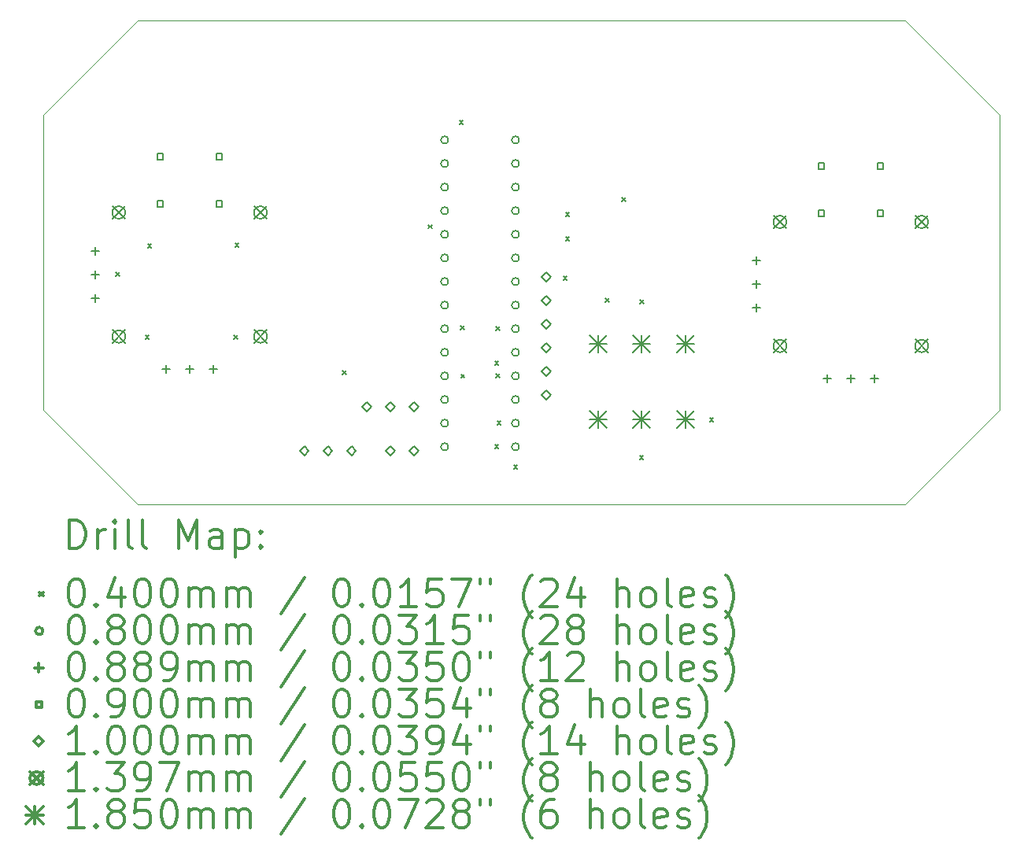
<source format=gbr>
%FSLAX45Y45*%
G04 Gerber Fmt 4.5, Leading zero omitted, Abs format (unit mm)*
G04 Created by KiCad (PCBNEW (5.1.12)-1) date 2022-10-20 21:18:29*
%MOMM*%
%LPD*%
G01*
G04 APERTURE LIST*
%TA.AperFunction,Profile*%
%ADD10C,0.050000*%
%TD*%
%ADD11C,0.200000*%
%ADD12C,0.300000*%
G04 APERTURE END LIST*
D10*
X20066000Y-11684000D02*
X20066000Y-8509000D01*
X9779000Y-8509000D02*
X9779000Y-11684000D01*
X19050000Y-7493000D02*
X10795000Y-7493000D01*
X10795000Y-12700000D02*
X19050000Y-12700000D01*
X20066000Y-8509000D02*
X19050000Y-7493000D01*
X20066000Y-11684000D02*
X19050000Y-12700000D01*
X10795000Y-7493000D02*
X9779000Y-8509000D01*
X10795000Y-12700000D02*
X9779000Y-11684000D01*
D11*
X10557830Y-10202230D02*
X10597830Y-10242230D01*
X10597830Y-10202230D02*
X10557830Y-10242230D01*
X10876600Y-10876600D02*
X10916600Y-10916600D01*
X10916600Y-10876600D02*
X10876600Y-10916600D01*
X10902000Y-9898700D02*
X10942000Y-9938700D01*
X10942000Y-9898700D02*
X10902000Y-9938700D01*
X11829100Y-10876600D02*
X11869100Y-10916600D01*
X11869100Y-10876600D02*
X11829100Y-10916600D01*
X11841800Y-9886000D02*
X11881800Y-9926000D01*
X11881800Y-9886000D02*
X11841800Y-9926000D01*
X12997500Y-11257600D02*
X13037500Y-11297600D01*
X13037500Y-11257600D02*
X12997500Y-11297600D01*
X13919520Y-9687880D02*
X13959520Y-9727880D01*
X13959520Y-9687880D02*
X13919520Y-9727880D01*
X14254800Y-8565200D02*
X14294800Y-8605200D01*
X14294800Y-8565200D02*
X14254800Y-8605200D01*
X14267500Y-10775000D02*
X14307500Y-10815000D01*
X14307500Y-10775000D02*
X14267500Y-10815000D01*
X14272580Y-11296970D02*
X14312580Y-11336970D01*
X14312580Y-11296970D02*
X14272580Y-11336970D01*
X14635800Y-11156000D02*
X14675800Y-11196000D01*
X14675800Y-11156000D02*
X14635800Y-11196000D01*
X14635800Y-12057700D02*
X14675800Y-12097700D01*
X14675800Y-12057700D02*
X14635800Y-12097700D01*
X14648500Y-10787700D02*
X14688500Y-10827700D01*
X14688500Y-10787700D02*
X14648500Y-10827700D01*
X14648500Y-11295700D02*
X14688500Y-11335700D01*
X14688500Y-11295700D02*
X14648500Y-11335700D01*
X14661200Y-11803700D02*
X14701200Y-11843700D01*
X14701200Y-11803700D02*
X14661200Y-11843700D01*
X14839000Y-12273600D02*
X14879000Y-12313600D01*
X14879000Y-12273600D02*
X14839000Y-12313600D01*
X15372400Y-10241600D02*
X15412400Y-10281600D01*
X15412400Y-10241600D02*
X15372400Y-10281600D01*
X15397800Y-9555800D02*
X15437800Y-9595800D01*
X15437800Y-9555800D02*
X15397800Y-9595800D01*
X15397800Y-9822500D02*
X15437800Y-9862500D01*
X15437800Y-9822500D02*
X15397800Y-9862500D01*
X15823250Y-10482900D02*
X15863250Y-10522900D01*
X15863250Y-10482900D02*
X15823250Y-10522900D01*
X16006130Y-9393240D02*
X16046130Y-9433240D01*
X16046130Y-9393240D02*
X16006130Y-9433240D01*
X16195360Y-12172000D02*
X16235360Y-12212000D01*
X16235360Y-12172000D02*
X16195360Y-12212000D01*
X16197900Y-10495600D02*
X16237900Y-10535600D01*
X16237900Y-10495600D02*
X16197900Y-10535600D01*
X16947200Y-11765600D02*
X16987200Y-11805600D01*
X16987200Y-11765600D02*
X16947200Y-11805600D01*
X14137000Y-8775700D02*
G75*
G03*
X14137000Y-8775700I-40000J0D01*
G01*
X14137000Y-9029700D02*
G75*
G03*
X14137000Y-9029700I-40000J0D01*
G01*
X14137000Y-9283700D02*
G75*
G03*
X14137000Y-9283700I-40000J0D01*
G01*
X14137000Y-9537700D02*
G75*
G03*
X14137000Y-9537700I-40000J0D01*
G01*
X14137000Y-9791700D02*
G75*
G03*
X14137000Y-9791700I-40000J0D01*
G01*
X14137000Y-10045700D02*
G75*
G03*
X14137000Y-10045700I-40000J0D01*
G01*
X14137000Y-10299700D02*
G75*
G03*
X14137000Y-10299700I-40000J0D01*
G01*
X14137000Y-10553700D02*
G75*
G03*
X14137000Y-10553700I-40000J0D01*
G01*
X14137000Y-10807700D02*
G75*
G03*
X14137000Y-10807700I-40000J0D01*
G01*
X14137000Y-11061700D02*
G75*
G03*
X14137000Y-11061700I-40000J0D01*
G01*
X14137000Y-11315700D02*
G75*
G03*
X14137000Y-11315700I-40000J0D01*
G01*
X14137000Y-11569700D02*
G75*
G03*
X14137000Y-11569700I-40000J0D01*
G01*
X14137000Y-11823700D02*
G75*
G03*
X14137000Y-11823700I-40000J0D01*
G01*
X14137000Y-12077700D02*
G75*
G03*
X14137000Y-12077700I-40000J0D01*
G01*
X14899000Y-8775700D02*
G75*
G03*
X14899000Y-8775700I-40000J0D01*
G01*
X14899000Y-9029700D02*
G75*
G03*
X14899000Y-9029700I-40000J0D01*
G01*
X14899000Y-9283700D02*
G75*
G03*
X14899000Y-9283700I-40000J0D01*
G01*
X14899000Y-9537700D02*
G75*
G03*
X14899000Y-9537700I-40000J0D01*
G01*
X14899000Y-9791700D02*
G75*
G03*
X14899000Y-9791700I-40000J0D01*
G01*
X14899000Y-10045700D02*
G75*
G03*
X14899000Y-10045700I-40000J0D01*
G01*
X14899000Y-10299700D02*
G75*
G03*
X14899000Y-10299700I-40000J0D01*
G01*
X14899000Y-10553700D02*
G75*
G03*
X14899000Y-10553700I-40000J0D01*
G01*
X14899000Y-10807700D02*
G75*
G03*
X14899000Y-10807700I-40000J0D01*
G01*
X14899000Y-11061700D02*
G75*
G03*
X14899000Y-11061700I-40000J0D01*
G01*
X14899000Y-11315700D02*
G75*
G03*
X14899000Y-11315700I-40000J0D01*
G01*
X14899000Y-11569700D02*
G75*
G03*
X14899000Y-11569700I-40000J0D01*
G01*
X14899000Y-11823700D02*
G75*
G03*
X14899000Y-11823700I-40000J0D01*
G01*
X14899000Y-12077700D02*
G75*
G03*
X14899000Y-12077700I-40000J0D01*
G01*
X10337800Y-9925050D02*
X10337800Y-10013950D01*
X10293350Y-9969500D02*
X10382250Y-9969500D01*
X10337800Y-10179050D02*
X10337800Y-10267950D01*
X10293350Y-10223500D02*
X10382250Y-10223500D01*
X10337800Y-10433050D02*
X10337800Y-10521950D01*
X10293350Y-10477500D02*
X10382250Y-10477500D01*
X11099800Y-11195050D02*
X11099800Y-11283950D01*
X11055350Y-11239500D02*
X11144250Y-11239500D01*
X11353800Y-11195050D02*
X11353800Y-11283950D01*
X11309350Y-11239500D02*
X11398250Y-11239500D01*
X11607800Y-11195050D02*
X11607800Y-11283950D01*
X11563350Y-11239500D02*
X11652250Y-11239500D01*
X17449800Y-10026650D02*
X17449800Y-10115550D01*
X17405350Y-10071100D02*
X17494250Y-10071100D01*
X17449800Y-10280650D02*
X17449800Y-10369550D01*
X17405350Y-10325100D02*
X17494250Y-10325100D01*
X17449800Y-10534650D02*
X17449800Y-10623550D01*
X17405350Y-10579100D02*
X17494250Y-10579100D01*
X18211800Y-11296650D02*
X18211800Y-11385550D01*
X18167350Y-11341100D02*
X18256250Y-11341100D01*
X18465800Y-11296650D02*
X18465800Y-11385550D01*
X18421350Y-11341100D02*
X18510250Y-11341100D01*
X18719800Y-11296650D02*
X18719800Y-11385550D01*
X18675350Y-11341100D02*
X18764250Y-11341100D01*
X11068120Y-8985320D02*
X11068120Y-8921680D01*
X11004480Y-8921680D01*
X11004480Y-8985320D01*
X11068120Y-8985320D01*
X11068120Y-9493320D02*
X11068120Y-9429680D01*
X11004480Y-9429680D01*
X11004480Y-9493320D01*
X11068120Y-9493320D01*
X11703120Y-8985320D02*
X11703120Y-8921680D01*
X11639480Y-8921680D01*
X11639480Y-8985320D01*
X11703120Y-8985320D01*
X11703120Y-9493320D02*
X11703120Y-9429680D01*
X11639480Y-9429680D01*
X11639480Y-9493320D01*
X11703120Y-9493320D01*
X18180120Y-9086920D02*
X18180120Y-9023280D01*
X18116480Y-9023280D01*
X18116480Y-9086920D01*
X18180120Y-9086920D01*
X18180120Y-9594920D02*
X18180120Y-9531280D01*
X18116480Y-9531280D01*
X18116480Y-9594920D01*
X18180120Y-9594920D01*
X18815120Y-9086920D02*
X18815120Y-9023280D01*
X18751480Y-9023280D01*
X18751480Y-9086920D01*
X18815120Y-9086920D01*
X18815120Y-9594920D02*
X18815120Y-9531280D01*
X18751480Y-9531280D01*
X18751480Y-9594920D01*
X18815120Y-9594920D01*
X12586970Y-12169610D02*
X12636970Y-12119610D01*
X12586970Y-12069610D01*
X12536970Y-12119610D01*
X12586970Y-12169610D01*
X12840970Y-12169610D02*
X12890970Y-12119610D01*
X12840970Y-12069610D01*
X12790970Y-12119610D01*
X12840970Y-12169610D01*
X13094970Y-12169610D02*
X13144970Y-12119610D01*
X13094970Y-12069610D01*
X13044970Y-12119610D01*
X13094970Y-12169610D01*
X13258800Y-11695900D02*
X13308800Y-11645900D01*
X13258800Y-11595900D01*
X13208800Y-11645900D01*
X13258800Y-11695900D01*
X13512800Y-11695900D02*
X13562800Y-11645900D01*
X13512800Y-11595900D01*
X13462800Y-11645900D01*
X13512800Y-11695900D01*
X13512800Y-12168340D02*
X13562800Y-12118340D01*
X13512800Y-12068340D01*
X13462800Y-12118340D01*
X13512800Y-12168340D01*
X13766800Y-11695900D02*
X13816800Y-11645900D01*
X13766800Y-11595900D01*
X13716800Y-11645900D01*
X13766800Y-11695900D01*
X13766800Y-12168340D02*
X13816800Y-12118340D01*
X13766800Y-12068340D01*
X13716800Y-12118340D01*
X13766800Y-12168340D01*
X15189200Y-10298900D02*
X15239200Y-10248900D01*
X15189200Y-10198900D01*
X15139200Y-10248900D01*
X15189200Y-10298900D01*
X15189200Y-10552900D02*
X15239200Y-10502900D01*
X15189200Y-10452900D01*
X15139200Y-10502900D01*
X15189200Y-10552900D01*
X15189200Y-10806900D02*
X15239200Y-10756900D01*
X15189200Y-10706900D01*
X15139200Y-10756900D01*
X15189200Y-10806900D01*
X15189200Y-11060900D02*
X15239200Y-11010900D01*
X15189200Y-10960900D01*
X15139200Y-11010900D01*
X15189200Y-11060900D01*
X15189200Y-11314900D02*
X15239200Y-11264900D01*
X15189200Y-11214900D01*
X15139200Y-11264900D01*
X15189200Y-11314900D01*
X15189200Y-11568900D02*
X15239200Y-11518900D01*
X15189200Y-11468900D01*
X15139200Y-11518900D01*
X15189200Y-11568900D01*
X10521950Y-9486900D02*
X10661650Y-9626600D01*
X10661650Y-9486900D02*
X10521950Y-9626600D01*
X10661650Y-9556750D02*
G75*
G03*
X10661650Y-9556750I-69850J0D01*
G01*
X10521950Y-10820400D02*
X10661650Y-10960100D01*
X10661650Y-10820400D02*
X10521950Y-10960100D01*
X10661650Y-10890250D02*
G75*
G03*
X10661650Y-10890250I-69850J0D01*
G01*
X12045950Y-9486900D02*
X12185650Y-9626600D01*
X12185650Y-9486900D02*
X12045950Y-9626600D01*
X12185650Y-9556750D02*
G75*
G03*
X12185650Y-9556750I-69850J0D01*
G01*
X12045950Y-10820400D02*
X12185650Y-10960100D01*
X12185650Y-10820400D02*
X12045950Y-10960100D01*
X12185650Y-10890250D02*
G75*
G03*
X12185650Y-10890250I-69850J0D01*
G01*
X17633950Y-9588500D02*
X17773650Y-9728200D01*
X17773650Y-9588500D02*
X17633950Y-9728200D01*
X17773650Y-9658350D02*
G75*
G03*
X17773650Y-9658350I-69850J0D01*
G01*
X17633950Y-10922000D02*
X17773650Y-11061700D01*
X17773650Y-10922000D02*
X17633950Y-11061700D01*
X17773650Y-10991850D02*
G75*
G03*
X17773650Y-10991850I-69850J0D01*
G01*
X19157950Y-9588500D02*
X19297650Y-9728200D01*
X19297650Y-9588500D02*
X19157950Y-9728200D01*
X19297650Y-9658350D02*
G75*
G03*
X19297650Y-9658350I-69850J0D01*
G01*
X19157950Y-10922000D02*
X19297650Y-11061700D01*
X19297650Y-10922000D02*
X19157950Y-11061700D01*
X19297650Y-10991850D02*
G75*
G03*
X19297650Y-10991850I-69850J0D01*
G01*
X15655400Y-10880300D02*
X15840400Y-11065300D01*
X15840400Y-10880300D02*
X15655400Y-11065300D01*
X15747900Y-10880300D02*
X15747900Y-11065300D01*
X15655400Y-10972800D02*
X15840400Y-10972800D01*
X15655400Y-11693100D02*
X15840400Y-11878100D01*
X15840400Y-11693100D02*
X15655400Y-11878100D01*
X15747900Y-11693100D02*
X15747900Y-11878100D01*
X15655400Y-11785600D02*
X15840400Y-11785600D01*
X16125400Y-10880300D02*
X16310400Y-11065300D01*
X16310400Y-10880300D02*
X16125400Y-11065300D01*
X16217900Y-10880300D02*
X16217900Y-11065300D01*
X16125400Y-10972800D02*
X16310400Y-10972800D01*
X16125400Y-11693100D02*
X16310400Y-11878100D01*
X16310400Y-11693100D02*
X16125400Y-11878100D01*
X16217900Y-11693100D02*
X16217900Y-11878100D01*
X16125400Y-11785600D02*
X16310400Y-11785600D01*
X16595400Y-10880300D02*
X16780400Y-11065300D01*
X16780400Y-10880300D02*
X16595400Y-11065300D01*
X16687900Y-10880300D02*
X16687900Y-11065300D01*
X16595400Y-10972800D02*
X16780400Y-10972800D01*
X16595400Y-11693100D02*
X16780400Y-11878100D01*
X16780400Y-11693100D02*
X16595400Y-11878100D01*
X16687900Y-11693100D02*
X16687900Y-11878100D01*
X16595400Y-11785600D02*
X16780400Y-11785600D01*
D12*
X10062928Y-13168214D02*
X10062928Y-12868214D01*
X10134357Y-12868214D01*
X10177214Y-12882500D01*
X10205786Y-12911071D01*
X10220071Y-12939643D01*
X10234357Y-12996786D01*
X10234357Y-13039643D01*
X10220071Y-13096786D01*
X10205786Y-13125357D01*
X10177214Y-13153929D01*
X10134357Y-13168214D01*
X10062928Y-13168214D01*
X10362928Y-13168214D02*
X10362928Y-12968214D01*
X10362928Y-13025357D02*
X10377214Y-12996786D01*
X10391500Y-12982500D01*
X10420071Y-12968214D01*
X10448643Y-12968214D01*
X10548643Y-13168214D02*
X10548643Y-12968214D01*
X10548643Y-12868214D02*
X10534357Y-12882500D01*
X10548643Y-12896786D01*
X10562928Y-12882500D01*
X10548643Y-12868214D01*
X10548643Y-12896786D01*
X10734357Y-13168214D02*
X10705786Y-13153929D01*
X10691500Y-13125357D01*
X10691500Y-12868214D01*
X10891500Y-13168214D02*
X10862928Y-13153929D01*
X10848643Y-13125357D01*
X10848643Y-12868214D01*
X11234357Y-13168214D02*
X11234357Y-12868214D01*
X11334357Y-13082500D01*
X11434357Y-12868214D01*
X11434357Y-13168214D01*
X11705786Y-13168214D02*
X11705786Y-13011071D01*
X11691500Y-12982500D01*
X11662928Y-12968214D01*
X11605786Y-12968214D01*
X11577214Y-12982500D01*
X11705786Y-13153929D02*
X11677214Y-13168214D01*
X11605786Y-13168214D01*
X11577214Y-13153929D01*
X11562928Y-13125357D01*
X11562928Y-13096786D01*
X11577214Y-13068214D01*
X11605786Y-13053929D01*
X11677214Y-13053929D01*
X11705786Y-13039643D01*
X11848643Y-12968214D02*
X11848643Y-13268214D01*
X11848643Y-12982500D02*
X11877214Y-12968214D01*
X11934357Y-12968214D01*
X11962928Y-12982500D01*
X11977214Y-12996786D01*
X11991500Y-13025357D01*
X11991500Y-13111071D01*
X11977214Y-13139643D01*
X11962928Y-13153929D01*
X11934357Y-13168214D01*
X11877214Y-13168214D01*
X11848643Y-13153929D01*
X12120071Y-13139643D02*
X12134357Y-13153929D01*
X12120071Y-13168214D01*
X12105786Y-13153929D01*
X12120071Y-13139643D01*
X12120071Y-13168214D01*
X12120071Y-12982500D02*
X12134357Y-12996786D01*
X12120071Y-13011071D01*
X12105786Y-12996786D01*
X12120071Y-12982500D01*
X12120071Y-13011071D01*
X9736500Y-13642500D02*
X9776500Y-13682500D01*
X9776500Y-13642500D02*
X9736500Y-13682500D01*
X10120071Y-13498214D02*
X10148643Y-13498214D01*
X10177214Y-13512500D01*
X10191500Y-13526786D01*
X10205786Y-13555357D01*
X10220071Y-13612500D01*
X10220071Y-13683929D01*
X10205786Y-13741071D01*
X10191500Y-13769643D01*
X10177214Y-13783929D01*
X10148643Y-13798214D01*
X10120071Y-13798214D01*
X10091500Y-13783929D01*
X10077214Y-13769643D01*
X10062928Y-13741071D01*
X10048643Y-13683929D01*
X10048643Y-13612500D01*
X10062928Y-13555357D01*
X10077214Y-13526786D01*
X10091500Y-13512500D01*
X10120071Y-13498214D01*
X10348643Y-13769643D02*
X10362928Y-13783929D01*
X10348643Y-13798214D01*
X10334357Y-13783929D01*
X10348643Y-13769643D01*
X10348643Y-13798214D01*
X10620071Y-13598214D02*
X10620071Y-13798214D01*
X10548643Y-13483929D02*
X10477214Y-13698214D01*
X10662928Y-13698214D01*
X10834357Y-13498214D02*
X10862928Y-13498214D01*
X10891500Y-13512500D01*
X10905786Y-13526786D01*
X10920071Y-13555357D01*
X10934357Y-13612500D01*
X10934357Y-13683929D01*
X10920071Y-13741071D01*
X10905786Y-13769643D01*
X10891500Y-13783929D01*
X10862928Y-13798214D01*
X10834357Y-13798214D01*
X10805786Y-13783929D01*
X10791500Y-13769643D01*
X10777214Y-13741071D01*
X10762928Y-13683929D01*
X10762928Y-13612500D01*
X10777214Y-13555357D01*
X10791500Y-13526786D01*
X10805786Y-13512500D01*
X10834357Y-13498214D01*
X11120071Y-13498214D02*
X11148643Y-13498214D01*
X11177214Y-13512500D01*
X11191500Y-13526786D01*
X11205786Y-13555357D01*
X11220071Y-13612500D01*
X11220071Y-13683929D01*
X11205786Y-13741071D01*
X11191500Y-13769643D01*
X11177214Y-13783929D01*
X11148643Y-13798214D01*
X11120071Y-13798214D01*
X11091500Y-13783929D01*
X11077214Y-13769643D01*
X11062928Y-13741071D01*
X11048643Y-13683929D01*
X11048643Y-13612500D01*
X11062928Y-13555357D01*
X11077214Y-13526786D01*
X11091500Y-13512500D01*
X11120071Y-13498214D01*
X11348643Y-13798214D02*
X11348643Y-13598214D01*
X11348643Y-13626786D02*
X11362928Y-13612500D01*
X11391500Y-13598214D01*
X11434357Y-13598214D01*
X11462928Y-13612500D01*
X11477214Y-13641071D01*
X11477214Y-13798214D01*
X11477214Y-13641071D02*
X11491500Y-13612500D01*
X11520071Y-13598214D01*
X11562928Y-13598214D01*
X11591500Y-13612500D01*
X11605786Y-13641071D01*
X11605786Y-13798214D01*
X11748643Y-13798214D02*
X11748643Y-13598214D01*
X11748643Y-13626786D02*
X11762928Y-13612500D01*
X11791500Y-13598214D01*
X11834357Y-13598214D01*
X11862928Y-13612500D01*
X11877214Y-13641071D01*
X11877214Y-13798214D01*
X11877214Y-13641071D02*
X11891500Y-13612500D01*
X11920071Y-13598214D01*
X11962928Y-13598214D01*
X11991500Y-13612500D01*
X12005786Y-13641071D01*
X12005786Y-13798214D01*
X12591500Y-13483929D02*
X12334357Y-13869643D01*
X12977214Y-13498214D02*
X13005786Y-13498214D01*
X13034357Y-13512500D01*
X13048643Y-13526786D01*
X13062928Y-13555357D01*
X13077214Y-13612500D01*
X13077214Y-13683929D01*
X13062928Y-13741071D01*
X13048643Y-13769643D01*
X13034357Y-13783929D01*
X13005786Y-13798214D01*
X12977214Y-13798214D01*
X12948643Y-13783929D01*
X12934357Y-13769643D01*
X12920071Y-13741071D01*
X12905786Y-13683929D01*
X12905786Y-13612500D01*
X12920071Y-13555357D01*
X12934357Y-13526786D01*
X12948643Y-13512500D01*
X12977214Y-13498214D01*
X13205786Y-13769643D02*
X13220071Y-13783929D01*
X13205786Y-13798214D01*
X13191500Y-13783929D01*
X13205786Y-13769643D01*
X13205786Y-13798214D01*
X13405786Y-13498214D02*
X13434357Y-13498214D01*
X13462928Y-13512500D01*
X13477214Y-13526786D01*
X13491500Y-13555357D01*
X13505786Y-13612500D01*
X13505786Y-13683929D01*
X13491500Y-13741071D01*
X13477214Y-13769643D01*
X13462928Y-13783929D01*
X13434357Y-13798214D01*
X13405786Y-13798214D01*
X13377214Y-13783929D01*
X13362928Y-13769643D01*
X13348643Y-13741071D01*
X13334357Y-13683929D01*
X13334357Y-13612500D01*
X13348643Y-13555357D01*
X13362928Y-13526786D01*
X13377214Y-13512500D01*
X13405786Y-13498214D01*
X13791500Y-13798214D02*
X13620071Y-13798214D01*
X13705786Y-13798214D02*
X13705786Y-13498214D01*
X13677214Y-13541071D01*
X13648643Y-13569643D01*
X13620071Y-13583929D01*
X14062928Y-13498214D02*
X13920071Y-13498214D01*
X13905786Y-13641071D01*
X13920071Y-13626786D01*
X13948643Y-13612500D01*
X14020071Y-13612500D01*
X14048643Y-13626786D01*
X14062928Y-13641071D01*
X14077214Y-13669643D01*
X14077214Y-13741071D01*
X14062928Y-13769643D01*
X14048643Y-13783929D01*
X14020071Y-13798214D01*
X13948643Y-13798214D01*
X13920071Y-13783929D01*
X13905786Y-13769643D01*
X14177214Y-13498214D02*
X14377214Y-13498214D01*
X14248643Y-13798214D01*
X14477214Y-13498214D02*
X14477214Y-13555357D01*
X14591500Y-13498214D02*
X14591500Y-13555357D01*
X15034357Y-13912500D02*
X15020071Y-13898214D01*
X14991500Y-13855357D01*
X14977214Y-13826786D01*
X14962928Y-13783929D01*
X14948643Y-13712500D01*
X14948643Y-13655357D01*
X14962928Y-13583929D01*
X14977214Y-13541071D01*
X14991500Y-13512500D01*
X15020071Y-13469643D01*
X15034357Y-13455357D01*
X15134357Y-13526786D02*
X15148643Y-13512500D01*
X15177214Y-13498214D01*
X15248643Y-13498214D01*
X15277214Y-13512500D01*
X15291500Y-13526786D01*
X15305786Y-13555357D01*
X15305786Y-13583929D01*
X15291500Y-13626786D01*
X15120071Y-13798214D01*
X15305786Y-13798214D01*
X15562928Y-13598214D02*
X15562928Y-13798214D01*
X15491500Y-13483929D02*
X15420071Y-13698214D01*
X15605786Y-13698214D01*
X15948643Y-13798214D02*
X15948643Y-13498214D01*
X16077214Y-13798214D02*
X16077214Y-13641071D01*
X16062928Y-13612500D01*
X16034357Y-13598214D01*
X15991500Y-13598214D01*
X15962928Y-13612500D01*
X15948643Y-13626786D01*
X16262928Y-13798214D02*
X16234357Y-13783929D01*
X16220071Y-13769643D01*
X16205786Y-13741071D01*
X16205786Y-13655357D01*
X16220071Y-13626786D01*
X16234357Y-13612500D01*
X16262928Y-13598214D01*
X16305786Y-13598214D01*
X16334357Y-13612500D01*
X16348643Y-13626786D01*
X16362928Y-13655357D01*
X16362928Y-13741071D01*
X16348643Y-13769643D01*
X16334357Y-13783929D01*
X16305786Y-13798214D01*
X16262928Y-13798214D01*
X16534357Y-13798214D02*
X16505786Y-13783929D01*
X16491500Y-13755357D01*
X16491500Y-13498214D01*
X16762928Y-13783929D02*
X16734357Y-13798214D01*
X16677214Y-13798214D01*
X16648643Y-13783929D01*
X16634357Y-13755357D01*
X16634357Y-13641071D01*
X16648643Y-13612500D01*
X16677214Y-13598214D01*
X16734357Y-13598214D01*
X16762928Y-13612500D01*
X16777214Y-13641071D01*
X16777214Y-13669643D01*
X16634357Y-13698214D01*
X16891500Y-13783929D02*
X16920071Y-13798214D01*
X16977214Y-13798214D01*
X17005786Y-13783929D01*
X17020071Y-13755357D01*
X17020071Y-13741071D01*
X17005786Y-13712500D01*
X16977214Y-13698214D01*
X16934357Y-13698214D01*
X16905786Y-13683929D01*
X16891500Y-13655357D01*
X16891500Y-13641071D01*
X16905786Y-13612500D01*
X16934357Y-13598214D01*
X16977214Y-13598214D01*
X17005786Y-13612500D01*
X17120071Y-13912500D02*
X17134357Y-13898214D01*
X17162928Y-13855357D01*
X17177214Y-13826786D01*
X17191500Y-13783929D01*
X17205786Y-13712500D01*
X17205786Y-13655357D01*
X17191500Y-13583929D01*
X17177214Y-13541071D01*
X17162928Y-13512500D01*
X17134357Y-13469643D01*
X17120071Y-13455357D01*
X9776500Y-14058500D02*
G75*
G03*
X9776500Y-14058500I-40000J0D01*
G01*
X10120071Y-13894214D02*
X10148643Y-13894214D01*
X10177214Y-13908500D01*
X10191500Y-13922786D01*
X10205786Y-13951357D01*
X10220071Y-14008500D01*
X10220071Y-14079929D01*
X10205786Y-14137071D01*
X10191500Y-14165643D01*
X10177214Y-14179929D01*
X10148643Y-14194214D01*
X10120071Y-14194214D01*
X10091500Y-14179929D01*
X10077214Y-14165643D01*
X10062928Y-14137071D01*
X10048643Y-14079929D01*
X10048643Y-14008500D01*
X10062928Y-13951357D01*
X10077214Y-13922786D01*
X10091500Y-13908500D01*
X10120071Y-13894214D01*
X10348643Y-14165643D02*
X10362928Y-14179929D01*
X10348643Y-14194214D01*
X10334357Y-14179929D01*
X10348643Y-14165643D01*
X10348643Y-14194214D01*
X10534357Y-14022786D02*
X10505786Y-14008500D01*
X10491500Y-13994214D01*
X10477214Y-13965643D01*
X10477214Y-13951357D01*
X10491500Y-13922786D01*
X10505786Y-13908500D01*
X10534357Y-13894214D01*
X10591500Y-13894214D01*
X10620071Y-13908500D01*
X10634357Y-13922786D01*
X10648643Y-13951357D01*
X10648643Y-13965643D01*
X10634357Y-13994214D01*
X10620071Y-14008500D01*
X10591500Y-14022786D01*
X10534357Y-14022786D01*
X10505786Y-14037071D01*
X10491500Y-14051357D01*
X10477214Y-14079929D01*
X10477214Y-14137071D01*
X10491500Y-14165643D01*
X10505786Y-14179929D01*
X10534357Y-14194214D01*
X10591500Y-14194214D01*
X10620071Y-14179929D01*
X10634357Y-14165643D01*
X10648643Y-14137071D01*
X10648643Y-14079929D01*
X10634357Y-14051357D01*
X10620071Y-14037071D01*
X10591500Y-14022786D01*
X10834357Y-13894214D02*
X10862928Y-13894214D01*
X10891500Y-13908500D01*
X10905786Y-13922786D01*
X10920071Y-13951357D01*
X10934357Y-14008500D01*
X10934357Y-14079929D01*
X10920071Y-14137071D01*
X10905786Y-14165643D01*
X10891500Y-14179929D01*
X10862928Y-14194214D01*
X10834357Y-14194214D01*
X10805786Y-14179929D01*
X10791500Y-14165643D01*
X10777214Y-14137071D01*
X10762928Y-14079929D01*
X10762928Y-14008500D01*
X10777214Y-13951357D01*
X10791500Y-13922786D01*
X10805786Y-13908500D01*
X10834357Y-13894214D01*
X11120071Y-13894214D02*
X11148643Y-13894214D01*
X11177214Y-13908500D01*
X11191500Y-13922786D01*
X11205786Y-13951357D01*
X11220071Y-14008500D01*
X11220071Y-14079929D01*
X11205786Y-14137071D01*
X11191500Y-14165643D01*
X11177214Y-14179929D01*
X11148643Y-14194214D01*
X11120071Y-14194214D01*
X11091500Y-14179929D01*
X11077214Y-14165643D01*
X11062928Y-14137071D01*
X11048643Y-14079929D01*
X11048643Y-14008500D01*
X11062928Y-13951357D01*
X11077214Y-13922786D01*
X11091500Y-13908500D01*
X11120071Y-13894214D01*
X11348643Y-14194214D02*
X11348643Y-13994214D01*
X11348643Y-14022786D02*
X11362928Y-14008500D01*
X11391500Y-13994214D01*
X11434357Y-13994214D01*
X11462928Y-14008500D01*
X11477214Y-14037071D01*
X11477214Y-14194214D01*
X11477214Y-14037071D02*
X11491500Y-14008500D01*
X11520071Y-13994214D01*
X11562928Y-13994214D01*
X11591500Y-14008500D01*
X11605786Y-14037071D01*
X11605786Y-14194214D01*
X11748643Y-14194214D02*
X11748643Y-13994214D01*
X11748643Y-14022786D02*
X11762928Y-14008500D01*
X11791500Y-13994214D01*
X11834357Y-13994214D01*
X11862928Y-14008500D01*
X11877214Y-14037071D01*
X11877214Y-14194214D01*
X11877214Y-14037071D02*
X11891500Y-14008500D01*
X11920071Y-13994214D01*
X11962928Y-13994214D01*
X11991500Y-14008500D01*
X12005786Y-14037071D01*
X12005786Y-14194214D01*
X12591500Y-13879929D02*
X12334357Y-14265643D01*
X12977214Y-13894214D02*
X13005786Y-13894214D01*
X13034357Y-13908500D01*
X13048643Y-13922786D01*
X13062928Y-13951357D01*
X13077214Y-14008500D01*
X13077214Y-14079929D01*
X13062928Y-14137071D01*
X13048643Y-14165643D01*
X13034357Y-14179929D01*
X13005786Y-14194214D01*
X12977214Y-14194214D01*
X12948643Y-14179929D01*
X12934357Y-14165643D01*
X12920071Y-14137071D01*
X12905786Y-14079929D01*
X12905786Y-14008500D01*
X12920071Y-13951357D01*
X12934357Y-13922786D01*
X12948643Y-13908500D01*
X12977214Y-13894214D01*
X13205786Y-14165643D02*
X13220071Y-14179929D01*
X13205786Y-14194214D01*
X13191500Y-14179929D01*
X13205786Y-14165643D01*
X13205786Y-14194214D01*
X13405786Y-13894214D02*
X13434357Y-13894214D01*
X13462928Y-13908500D01*
X13477214Y-13922786D01*
X13491500Y-13951357D01*
X13505786Y-14008500D01*
X13505786Y-14079929D01*
X13491500Y-14137071D01*
X13477214Y-14165643D01*
X13462928Y-14179929D01*
X13434357Y-14194214D01*
X13405786Y-14194214D01*
X13377214Y-14179929D01*
X13362928Y-14165643D01*
X13348643Y-14137071D01*
X13334357Y-14079929D01*
X13334357Y-14008500D01*
X13348643Y-13951357D01*
X13362928Y-13922786D01*
X13377214Y-13908500D01*
X13405786Y-13894214D01*
X13605786Y-13894214D02*
X13791500Y-13894214D01*
X13691500Y-14008500D01*
X13734357Y-14008500D01*
X13762928Y-14022786D01*
X13777214Y-14037071D01*
X13791500Y-14065643D01*
X13791500Y-14137071D01*
X13777214Y-14165643D01*
X13762928Y-14179929D01*
X13734357Y-14194214D01*
X13648643Y-14194214D01*
X13620071Y-14179929D01*
X13605786Y-14165643D01*
X14077214Y-14194214D02*
X13905786Y-14194214D01*
X13991500Y-14194214D02*
X13991500Y-13894214D01*
X13962928Y-13937071D01*
X13934357Y-13965643D01*
X13905786Y-13979929D01*
X14348643Y-13894214D02*
X14205786Y-13894214D01*
X14191500Y-14037071D01*
X14205786Y-14022786D01*
X14234357Y-14008500D01*
X14305786Y-14008500D01*
X14334357Y-14022786D01*
X14348643Y-14037071D01*
X14362928Y-14065643D01*
X14362928Y-14137071D01*
X14348643Y-14165643D01*
X14334357Y-14179929D01*
X14305786Y-14194214D01*
X14234357Y-14194214D01*
X14205786Y-14179929D01*
X14191500Y-14165643D01*
X14477214Y-13894214D02*
X14477214Y-13951357D01*
X14591500Y-13894214D02*
X14591500Y-13951357D01*
X15034357Y-14308500D02*
X15020071Y-14294214D01*
X14991500Y-14251357D01*
X14977214Y-14222786D01*
X14962928Y-14179929D01*
X14948643Y-14108500D01*
X14948643Y-14051357D01*
X14962928Y-13979929D01*
X14977214Y-13937071D01*
X14991500Y-13908500D01*
X15020071Y-13865643D01*
X15034357Y-13851357D01*
X15134357Y-13922786D02*
X15148643Y-13908500D01*
X15177214Y-13894214D01*
X15248643Y-13894214D01*
X15277214Y-13908500D01*
X15291500Y-13922786D01*
X15305786Y-13951357D01*
X15305786Y-13979929D01*
X15291500Y-14022786D01*
X15120071Y-14194214D01*
X15305786Y-14194214D01*
X15477214Y-14022786D02*
X15448643Y-14008500D01*
X15434357Y-13994214D01*
X15420071Y-13965643D01*
X15420071Y-13951357D01*
X15434357Y-13922786D01*
X15448643Y-13908500D01*
X15477214Y-13894214D01*
X15534357Y-13894214D01*
X15562928Y-13908500D01*
X15577214Y-13922786D01*
X15591500Y-13951357D01*
X15591500Y-13965643D01*
X15577214Y-13994214D01*
X15562928Y-14008500D01*
X15534357Y-14022786D01*
X15477214Y-14022786D01*
X15448643Y-14037071D01*
X15434357Y-14051357D01*
X15420071Y-14079929D01*
X15420071Y-14137071D01*
X15434357Y-14165643D01*
X15448643Y-14179929D01*
X15477214Y-14194214D01*
X15534357Y-14194214D01*
X15562928Y-14179929D01*
X15577214Y-14165643D01*
X15591500Y-14137071D01*
X15591500Y-14079929D01*
X15577214Y-14051357D01*
X15562928Y-14037071D01*
X15534357Y-14022786D01*
X15948643Y-14194214D02*
X15948643Y-13894214D01*
X16077214Y-14194214D02*
X16077214Y-14037071D01*
X16062928Y-14008500D01*
X16034357Y-13994214D01*
X15991500Y-13994214D01*
X15962928Y-14008500D01*
X15948643Y-14022786D01*
X16262928Y-14194214D02*
X16234357Y-14179929D01*
X16220071Y-14165643D01*
X16205786Y-14137071D01*
X16205786Y-14051357D01*
X16220071Y-14022786D01*
X16234357Y-14008500D01*
X16262928Y-13994214D01*
X16305786Y-13994214D01*
X16334357Y-14008500D01*
X16348643Y-14022786D01*
X16362928Y-14051357D01*
X16362928Y-14137071D01*
X16348643Y-14165643D01*
X16334357Y-14179929D01*
X16305786Y-14194214D01*
X16262928Y-14194214D01*
X16534357Y-14194214D02*
X16505786Y-14179929D01*
X16491500Y-14151357D01*
X16491500Y-13894214D01*
X16762928Y-14179929D02*
X16734357Y-14194214D01*
X16677214Y-14194214D01*
X16648643Y-14179929D01*
X16634357Y-14151357D01*
X16634357Y-14037071D01*
X16648643Y-14008500D01*
X16677214Y-13994214D01*
X16734357Y-13994214D01*
X16762928Y-14008500D01*
X16777214Y-14037071D01*
X16777214Y-14065643D01*
X16634357Y-14094214D01*
X16891500Y-14179929D02*
X16920071Y-14194214D01*
X16977214Y-14194214D01*
X17005786Y-14179929D01*
X17020071Y-14151357D01*
X17020071Y-14137071D01*
X17005786Y-14108500D01*
X16977214Y-14094214D01*
X16934357Y-14094214D01*
X16905786Y-14079929D01*
X16891500Y-14051357D01*
X16891500Y-14037071D01*
X16905786Y-14008500D01*
X16934357Y-13994214D01*
X16977214Y-13994214D01*
X17005786Y-14008500D01*
X17120071Y-14308500D02*
X17134357Y-14294214D01*
X17162928Y-14251357D01*
X17177214Y-14222786D01*
X17191500Y-14179929D01*
X17205786Y-14108500D01*
X17205786Y-14051357D01*
X17191500Y-13979929D01*
X17177214Y-13937071D01*
X17162928Y-13908500D01*
X17134357Y-13865643D01*
X17120071Y-13851357D01*
X9732050Y-14410050D02*
X9732050Y-14498950D01*
X9687600Y-14454500D02*
X9776500Y-14454500D01*
X10120071Y-14290214D02*
X10148643Y-14290214D01*
X10177214Y-14304500D01*
X10191500Y-14318786D01*
X10205786Y-14347357D01*
X10220071Y-14404500D01*
X10220071Y-14475929D01*
X10205786Y-14533071D01*
X10191500Y-14561643D01*
X10177214Y-14575929D01*
X10148643Y-14590214D01*
X10120071Y-14590214D01*
X10091500Y-14575929D01*
X10077214Y-14561643D01*
X10062928Y-14533071D01*
X10048643Y-14475929D01*
X10048643Y-14404500D01*
X10062928Y-14347357D01*
X10077214Y-14318786D01*
X10091500Y-14304500D01*
X10120071Y-14290214D01*
X10348643Y-14561643D02*
X10362928Y-14575929D01*
X10348643Y-14590214D01*
X10334357Y-14575929D01*
X10348643Y-14561643D01*
X10348643Y-14590214D01*
X10534357Y-14418786D02*
X10505786Y-14404500D01*
X10491500Y-14390214D01*
X10477214Y-14361643D01*
X10477214Y-14347357D01*
X10491500Y-14318786D01*
X10505786Y-14304500D01*
X10534357Y-14290214D01*
X10591500Y-14290214D01*
X10620071Y-14304500D01*
X10634357Y-14318786D01*
X10648643Y-14347357D01*
X10648643Y-14361643D01*
X10634357Y-14390214D01*
X10620071Y-14404500D01*
X10591500Y-14418786D01*
X10534357Y-14418786D01*
X10505786Y-14433071D01*
X10491500Y-14447357D01*
X10477214Y-14475929D01*
X10477214Y-14533071D01*
X10491500Y-14561643D01*
X10505786Y-14575929D01*
X10534357Y-14590214D01*
X10591500Y-14590214D01*
X10620071Y-14575929D01*
X10634357Y-14561643D01*
X10648643Y-14533071D01*
X10648643Y-14475929D01*
X10634357Y-14447357D01*
X10620071Y-14433071D01*
X10591500Y-14418786D01*
X10820071Y-14418786D02*
X10791500Y-14404500D01*
X10777214Y-14390214D01*
X10762928Y-14361643D01*
X10762928Y-14347357D01*
X10777214Y-14318786D01*
X10791500Y-14304500D01*
X10820071Y-14290214D01*
X10877214Y-14290214D01*
X10905786Y-14304500D01*
X10920071Y-14318786D01*
X10934357Y-14347357D01*
X10934357Y-14361643D01*
X10920071Y-14390214D01*
X10905786Y-14404500D01*
X10877214Y-14418786D01*
X10820071Y-14418786D01*
X10791500Y-14433071D01*
X10777214Y-14447357D01*
X10762928Y-14475929D01*
X10762928Y-14533071D01*
X10777214Y-14561643D01*
X10791500Y-14575929D01*
X10820071Y-14590214D01*
X10877214Y-14590214D01*
X10905786Y-14575929D01*
X10920071Y-14561643D01*
X10934357Y-14533071D01*
X10934357Y-14475929D01*
X10920071Y-14447357D01*
X10905786Y-14433071D01*
X10877214Y-14418786D01*
X11077214Y-14590214D02*
X11134357Y-14590214D01*
X11162928Y-14575929D01*
X11177214Y-14561643D01*
X11205786Y-14518786D01*
X11220071Y-14461643D01*
X11220071Y-14347357D01*
X11205786Y-14318786D01*
X11191500Y-14304500D01*
X11162928Y-14290214D01*
X11105786Y-14290214D01*
X11077214Y-14304500D01*
X11062928Y-14318786D01*
X11048643Y-14347357D01*
X11048643Y-14418786D01*
X11062928Y-14447357D01*
X11077214Y-14461643D01*
X11105786Y-14475929D01*
X11162928Y-14475929D01*
X11191500Y-14461643D01*
X11205786Y-14447357D01*
X11220071Y-14418786D01*
X11348643Y-14590214D02*
X11348643Y-14390214D01*
X11348643Y-14418786D02*
X11362928Y-14404500D01*
X11391500Y-14390214D01*
X11434357Y-14390214D01*
X11462928Y-14404500D01*
X11477214Y-14433071D01*
X11477214Y-14590214D01*
X11477214Y-14433071D02*
X11491500Y-14404500D01*
X11520071Y-14390214D01*
X11562928Y-14390214D01*
X11591500Y-14404500D01*
X11605786Y-14433071D01*
X11605786Y-14590214D01*
X11748643Y-14590214D02*
X11748643Y-14390214D01*
X11748643Y-14418786D02*
X11762928Y-14404500D01*
X11791500Y-14390214D01*
X11834357Y-14390214D01*
X11862928Y-14404500D01*
X11877214Y-14433071D01*
X11877214Y-14590214D01*
X11877214Y-14433071D02*
X11891500Y-14404500D01*
X11920071Y-14390214D01*
X11962928Y-14390214D01*
X11991500Y-14404500D01*
X12005786Y-14433071D01*
X12005786Y-14590214D01*
X12591500Y-14275929D02*
X12334357Y-14661643D01*
X12977214Y-14290214D02*
X13005786Y-14290214D01*
X13034357Y-14304500D01*
X13048643Y-14318786D01*
X13062928Y-14347357D01*
X13077214Y-14404500D01*
X13077214Y-14475929D01*
X13062928Y-14533071D01*
X13048643Y-14561643D01*
X13034357Y-14575929D01*
X13005786Y-14590214D01*
X12977214Y-14590214D01*
X12948643Y-14575929D01*
X12934357Y-14561643D01*
X12920071Y-14533071D01*
X12905786Y-14475929D01*
X12905786Y-14404500D01*
X12920071Y-14347357D01*
X12934357Y-14318786D01*
X12948643Y-14304500D01*
X12977214Y-14290214D01*
X13205786Y-14561643D02*
X13220071Y-14575929D01*
X13205786Y-14590214D01*
X13191500Y-14575929D01*
X13205786Y-14561643D01*
X13205786Y-14590214D01*
X13405786Y-14290214D02*
X13434357Y-14290214D01*
X13462928Y-14304500D01*
X13477214Y-14318786D01*
X13491500Y-14347357D01*
X13505786Y-14404500D01*
X13505786Y-14475929D01*
X13491500Y-14533071D01*
X13477214Y-14561643D01*
X13462928Y-14575929D01*
X13434357Y-14590214D01*
X13405786Y-14590214D01*
X13377214Y-14575929D01*
X13362928Y-14561643D01*
X13348643Y-14533071D01*
X13334357Y-14475929D01*
X13334357Y-14404500D01*
X13348643Y-14347357D01*
X13362928Y-14318786D01*
X13377214Y-14304500D01*
X13405786Y-14290214D01*
X13605786Y-14290214D02*
X13791500Y-14290214D01*
X13691500Y-14404500D01*
X13734357Y-14404500D01*
X13762928Y-14418786D01*
X13777214Y-14433071D01*
X13791500Y-14461643D01*
X13791500Y-14533071D01*
X13777214Y-14561643D01*
X13762928Y-14575929D01*
X13734357Y-14590214D01*
X13648643Y-14590214D01*
X13620071Y-14575929D01*
X13605786Y-14561643D01*
X14062928Y-14290214D02*
X13920071Y-14290214D01*
X13905786Y-14433071D01*
X13920071Y-14418786D01*
X13948643Y-14404500D01*
X14020071Y-14404500D01*
X14048643Y-14418786D01*
X14062928Y-14433071D01*
X14077214Y-14461643D01*
X14077214Y-14533071D01*
X14062928Y-14561643D01*
X14048643Y-14575929D01*
X14020071Y-14590214D01*
X13948643Y-14590214D01*
X13920071Y-14575929D01*
X13905786Y-14561643D01*
X14262928Y-14290214D02*
X14291500Y-14290214D01*
X14320071Y-14304500D01*
X14334357Y-14318786D01*
X14348643Y-14347357D01*
X14362928Y-14404500D01*
X14362928Y-14475929D01*
X14348643Y-14533071D01*
X14334357Y-14561643D01*
X14320071Y-14575929D01*
X14291500Y-14590214D01*
X14262928Y-14590214D01*
X14234357Y-14575929D01*
X14220071Y-14561643D01*
X14205786Y-14533071D01*
X14191500Y-14475929D01*
X14191500Y-14404500D01*
X14205786Y-14347357D01*
X14220071Y-14318786D01*
X14234357Y-14304500D01*
X14262928Y-14290214D01*
X14477214Y-14290214D02*
X14477214Y-14347357D01*
X14591500Y-14290214D02*
X14591500Y-14347357D01*
X15034357Y-14704500D02*
X15020071Y-14690214D01*
X14991500Y-14647357D01*
X14977214Y-14618786D01*
X14962928Y-14575929D01*
X14948643Y-14504500D01*
X14948643Y-14447357D01*
X14962928Y-14375929D01*
X14977214Y-14333071D01*
X14991500Y-14304500D01*
X15020071Y-14261643D01*
X15034357Y-14247357D01*
X15305786Y-14590214D02*
X15134357Y-14590214D01*
X15220071Y-14590214D02*
X15220071Y-14290214D01*
X15191500Y-14333071D01*
X15162928Y-14361643D01*
X15134357Y-14375929D01*
X15420071Y-14318786D02*
X15434357Y-14304500D01*
X15462928Y-14290214D01*
X15534357Y-14290214D01*
X15562928Y-14304500D01*
X15577214Y-14318786D01*
X15591500Y-14347357D01*
X15591500Y-14375929D01*
X15577214Y-14418786D01*
X15405786Y-14590214D01*
X15591500Y-14590214D01*
X15948643Y-14590214D02*
X15948643Y-14290214D01*
X16077214Y-14590214D02*
X16077214Y-14433071D01*
X16062928Y-14404500D01*
X16034357Y-14390214D01*
X15991500Y-14390214D01*
X15962928Y-14404500D01*
X15948643Y-14418786D01*
X16262928Y-14590214D02*
X16234357Y-14575929D01*
X16220071Y-14561643D01*
X16205786Y-14533071D01*
X16205786Y-14447357D01*
X16220071Y-14418786D01*
X16234357Y-14404500D01*
X16262928Y-14390214D01*
X16305786Y-14390214D01*
X16334357Y-14404500D01*
X16348643Y-14418786D01*
X16362928Y-14447357D01*
X16362928Y-14533071D01*
X16348643Y-14561643D01*
X16334357Y-14575929D01*
X16305786Y-14590214D01*
X16262928Y-14590214D01*
X16534357Y-14590214D02*
X16505786Y-14575929D01*
X16491500Y-14547357D01*
X16491500Y-14290214D01*
X16762928Y-14575929D02*
X16734357Y-14590214D01*
X16677214Y-14590214D01*
X16648643Y-14575929D01*
X16634357Y-14547357D01*
X16634357Y-14433071D01*
X16648643Y-14404500D01*
X16677214Y-14390214D01*
X16734357Y-14390214D01*
X16762928Y-14404500D01*
X16777214Y-14433071D01*
X16777214Y-14461643D01*
X16634357Y-14490214D01*
X16891500Y-14575929D02*
X16920071Y-14590214D01*
X16977214Y-14590214D01*
X17005786Y-14575929D01*
X17020071Y-14547357D01*
X17020071Y-14533071D01*
X17005786Y-14504500D01*
X16977214Y-14490214D01*
X16934357Y-14490214D01*
X16905786Y-14475929D01*
X16891500Y-14447357D01*
X16891500Y-14433071D01*
X16905786Y-14404500D01*
X16934357Y-14390214D01*
X16977214Y-14390214D01*
X17005786Y-14404500D01*
X17120071Y-14704500D02*
X17134357Y-14690214D01*
X17162928Y-14647357D01*
X17177214Y-14618786D01*
X17191500Y-14575929D01*
X17205786Y-14504500D01*
X17205786Y-14447357D01*
X17191500Y-14375929D01*
X17177214Y-14333071D01*
X17162928Y-14304500D01*
X17134357Y-14261643D01*
X17120071Y-14247357D01*
X9763320Y-14882320D02*
X9763320Y-14818680D01*
X9699680Y-14818680D01*
X9699680Y-14882320D01*
X9763320Y-14882320D01*
X10120071Y-14686214D02*
X10148643Y-14686214D01*
X10177214Y-14700500D01*
X10191500Y-14714786D01*
X10205786Y-14743357D01*
X10220071Y-14800500D01*
X10220071Y-14871929D01*
X10205786Y-14929071D01*
X10191500Y-14957643D01*
X10177214Y-14971929D01*
X10148643Y-14986214D01*
X10120071Y-14986214D01*
X10091500Y-14971929D01*
X10077214Y-14957643D01*
X10062928Y-14929071D01*
X10048643Y-14871929D01*
X10048643Y-14800500D01*
X10062928Y-14743357D01*
X10077214Y-14714786D01*
X10091500Y-14700500D01*
X10120071Y-14686214D01*
X10348643Y-14957643D02*
X10362928Y-14971929D01*
X10348643Y-14986214D01*
X10334357Y-14971929D01*
X10348643Y-14957643D01*
X10348643Y-14986214D01*
X10505786Y-14986214D02*
X10562928Y-14986214D01*
X10591500Y-14971929D01*
X10605786Y-14957643D01*
X10634357Y-14914786D01*
X10648643Y-14857643D01*
X10648643Y-14743357D01*
X10634357Y-14714786D01*
X10620071Y-14700500D01*
X10591500Y-14686214D01*
X10534357Y-14686214D01*
X10505786Y-14700500D01*
X10491500Y-14714786D01*
X10477214Y-14743357D01*
X10477214Y-14814786D01*
X10491500Y-14843357D01*
X10505786Y-14857643D01*
X10534357Y-14871929D01*
X10591500Y-14871929D01*
X10620071Y-14857643D01*
X10634357Y-14843357D01*
X10648643Y-14814786D01*
X10834357Y-14686214D02*
X10862928Y-14686214D01*
X10891500Y-14700500D01*
X10905786Y-14714786D01*
X10920071Y-14743357D01*
X10934357Y-14800500D01*
X10934357Y-14871929D01*
X10920071Y-14929071D01*
X10905786Y-14957643D01*
X10891500Y-14971929D01*
X10862928Y-14986214D01*
X10834357Y-14986214D01*
X10805786Y-14971929D01*
X10791500Y-14957643D01*
X10777214Y-14929071D01*
X10762928Y-14871929D01*
X10762928Y-14800500D01*
X10777214Y-14743357D01*
X10791500Y-14714786D01*
X10805786Y-14700500D01*
X10834357Y-14686214D01*
X11120071Y-14686214D02*
X11148643Y-14686214D01*
X11177214Y-14700500D01*
X11191500Y-14714786D01*
X11205786Y-14743357D01*
X11220071Y-14800500D01*
X11220071Y-14871929D01*
X11205786Y-14929071D01*
X11191500Y-14957643D01*
X11177214Y-14971929D01*
X11148643Y-14986214D01*
X11120071Y-14986214D01*
X11091500Y-14971929D01*
X11077214Y-14957643D01*
X11062928Y-14929071D01*
X11048643Y-14871929D01*
X11048643Y-14800500D01*
X11062928Y-14743357D01*
X11077214Y-14714786D01*
X11091500Y-14700500D01*
X11120071Y-14686214D01*
X11348643Y-14986214D02*
X11348643Y-14786214D01*
X11348643Y-14814786D02*
X11362928Y-14800500D01*
X11391500Y-14786214D01*
X11434357Y-14786214D01*
X11462928Y-14800500D01*
X11477214Y-14829071D01*
X11477214Y-14986214D01*
X11477214Y-14829071D02*
X11491500Y-14800500D01*
X11520071Y-14786214D01*
X11562928Y-14786214D01*
X11591500Y-14800500D01*
X11605786Y-14829071D01*
X11605786Y-14986214D01*
X11748643Y-14986214D02*
X11748643Y-14786214D01*
X11748643Y-14814786D02*
X11762928Y-14800500D01*
X11791500Y-14786214D01*
X11834357Y-14786214D01*
X11862928Y-14800500D01*
X11877214Y-14829071D01*
X11877214Y-14986214D01*
X11877214Y-14829071D02*
X11891500Y-14800500D01*
X11920071Y-14786214D01*
X11962928Y-14786214D01*
X11991500Y-14800500D01*
X12005786Y-14829071D01*
X12005786Y-14986214D01*
X12591500Y-14671929D02*
X12334357Y-15057643D01*
X12977214Y-14686214D02*
X13005786Y-14686214D01*
X13034357Y-14700500D01*
X13048643Y-14714786D01*
X13062928Y-14743357D01*
X13077214Y-14800500D01*
X13077214Y-14871929D01*
X13062928Y-14929071D01*
X13048643Y-14957643D01*
X13034357Y-14971929D01*
X13005786Y-14986214D01*
X12977214Y-14986214D01*
X12948643Y-14971929D01*
X12934357Y-14957643D01*
X12920071Y-14929071D01*
X12905786Y-14871929D01*
X12905786Y-14800500D01*
X12920071Y-14743357D01*
X12934357Y-14714786D01*
X12948643Y-14700500D01*
X12977214Y-14686214D01*
X13205786Y-14957643D02*
X13220071Y-14971929D01*
X13205786Y-14986214D01*
X13191500Y-14971929D01*
X13205786Y-14957643D01*
X13205786Y-14986214D01*
X13405786Y-14686214D02*
X13434357Y-14686214D01*
X13462928Y-14700500D01*
X13477214Y-14714786D01*
X13491500Y-14743357D01*
X13505786Y-14800500D01*
X13505786Y-14871929D01*
X13491500Y-14929071D01*
X13477214Y-14957643D01*
X13462928Y-14971929D01*
X13434357Y-14986214D01*
X13405786Y-14986214D01*
X13377214Y-14971929D01*
X13362928Y-14957643D01*
X13348643Y-14929071D01*
X13334357Y-14871929D01*
X13334357Y-14800500D01*
X13348643Y-14743357D01*
X13362928Y-14714786D01*
X13377214Y-14700500D01*
X13405786Y-14686214D01*
X13605786Y-14686214D02*
X13791500Y-14686214D01*
X13691500Y-14800500D01*
X13734357Y-14800500D01*
X13762928Y-14814786D01*
X13777214Y-14829071D01*
X13791500Y-14857643D01*
X13791500Y-14929071D01*
X13777214Y-14957643D01*
X13762928Y-14971929D01*
X13734357Y-14986214D01*
X13648643Y-14986214D01*
X13620071Y-14971929D01*
X13605786Y-14957643D01*
X14062928Y-14686214D02*
X13920071Y-14686214D01*
X13905786Y-14829071D01*
X13920071Y-14814786D01*
X13948643Y-14800500D01*
X14020071Y-14800500D01*
X14048643Y-14814786D01*
X14062928Y-14829071D01*
X14077214Y-14857643D01*
X14077214Y-14929071D01*
X14062928Y-14957643D01*
X14048643Y-14971929D01*
X14020071Y-14986214D01*
X13948643Y-14986214D01*
X13920071Y-14971929D01*
X13905786Y-14957643D01*
X14334357Y-14786214D02*
X14334357Y-14986214D01*
X14262928Y-14671929D02*
X14191500Y-14886214D01*
X14377214Y-14886214D01*
X14477214Y-14686214D02*
X14477214Y-14743357D01*
X14591500Y-14686214D02*
X14591500Y-14743357D01*
X15034357Y-15100500D02*
X15020071Y-15086214D01*
X14991500Y-15043357D01*
X14977214Y-15014786D01*
X14962928Y-14971929D01*
X14948643Y-14900500D01*
X14948643Y-14843357D01*
X14962928Y-14771929D01*
X14977214Y-14729071D01*
X14991500Y-14700500D01*
X15020071Y-14657643D01*
X15034357Y-14643357D01*
X15191500Y-14814786D02*
X15162928Y-14800500D01*
X15148643Y-14786214D01*
X15134357Y-14757643D01*
X15134357Y-14743357D01*
X15148643Y-14714786D01*
X15162928Y-14700500D01*
X15191500Y-14686214D01*
X15248643Y-14686214D01*
X15277214Y-14700500D01*
X15291500Y-14714786D01*
X15305786Y-14743357D01*
X15305786Y-14757643D01*
X15291500Y-14786214D01*
X15277214Y-14800500D01*
X15248643Y-14814786D01*
X15191500Y-14814786D01*
X15162928Y-14829071D01*
X15148643Y-14843357D01*
X15134357Y-14871929D01*
X15134357Y-14929071D01*
X15148643Y-14957643D01*
X15162928Y-14971929D01*
X15191500Y-14986214D01*
X15248643Y-14986214D01*
X15277214Y-14971929D01*
X15291500Y-14957643D01*
X15305786Y-14929071D01*
X15305786Y-14871929D01*
X15291500Y-14843357D01*
X15277214Y-14829071D01*
X15248643Y-14814786D01*
X15662928Y-14986214D02*
X15662928Y-14686214D01*
X15791500Y-14986214D02*
X15791500Y-14829071D01*
X15777214Y-14800500D01*
X15748643Y-14786214D01*
X15705786Y-14786214D01*
X15677214Y-14800500D01*
X15662928Y-14814786D01*
X15977214Y-14986214D02*
X15948643Y-14971929D01*
X15934357Y-14957643D01*
X15920071Y-14929071D01*
X15920071Y-14843357D01*
X15934357Y-14814786D01*
X15948643Y-14800500D01*
X15977214Y-14786214D01*
X16020071Y-14786214D01*
X16048643Y-14800500D01*
X16062928Y-14814786D01*
X16077214Y-14843357D01*
X16077214Y-14929071D01*
X16062928Y-14957643D01*
X16048643Y-14971929D01*
X16020071Y-14986214D01*
X15977214Y-14986214D01*
X16248643Y-14986214D02*
X16220071Y-14971929D01*
X16205786Y-14943357D01*
X16205786Y-14686214D01*
X16477214Y-14971929D02*
X16448643Y-14986214D01*
X16391500Y-14986214D01*
X16362928Y-14971929D01*
X16348643Y-14943357D01*
X16348643Y-14829071D01*
X16362928Y-14800500D01*
X16391500Y-14786214D01*
X16448643Y-14786214D01*
X16477214Y-14800500D01*
X16491500Y-14829071D01*
X16491500Y-14857643D01*
X16348643Y-14886214D01*
X16605786Y-14971929D02*
X16634357Y-14986214D01*
X16691500Y-14986214D01*
X16720071Y-14971929D01*
X16734357Y-14943357D01*
X16734357Y-14929071D01*
X16720071Y-14900500D01*
X16691500Y-14886214D01*
X16648643Y-14886214D01*
X16620071Y-14871929D01*
X16605786Y-14843357D01*
X16605786Y-14829071D01*
X16620071Y-14800500D01*
X16648643Y-14786214D01*
X16691500Y-14786214D01*
X16720071Y-14800500D01*
X16834357Y-15100500D02*
X16848643Y-15086214D01*
X16877214Y-15043357D01*
X16891500Y-15014786D01*
X16905786Y-14971929D01*
X16920071Y-14900500D01*
X16920071Y-14843357D01*
X16905786Y-14771929D01*
X16891500Y-14729071D01*
X16877214Y-14700500D01*
X16848643Y-14657643D01*
X16834357Y-14643357D01*
X9726500Y-15296500D02*
X9776500Y-15246500D01*
X9726500Y-15196500D01*
X9676500Y-15246500D01*
X9726500Y-15296500D01*
X10220071Y-15382214D02*
X10048643Y-15382214D01*
X10134357Y-15382214D02*
X10134357Y-15082214D01*
X10105786Y-15125071D01*
X10077214Y-15153643D01*
X10048643Y-15167929D01*
X10348643Y-15353643D02*
X10362928Y-15367929D01*
X10348643Y-15382214D01*
X10334357Y-15367929D01*
X10348643Y-15353643D01*
X10348643Y-15382214D01*
X10548643Y-15082214D02*
X10577214Y-15082214D01*
X10605786Y-15096500D01*
X10620071Y-15110786D01*
X10634357Y-15139357D01*
X10648643Y-15196500D01*
X10648643Y-15267929D01*
X10634357Y-15325071D01*
X10620071Y-15353643D01*
X10605786Y-15367929D01*
X10577214Y-15382214D01*
X10548643Y-15382214D01*
X10520071Y-15367929D01*
X10505786Y-15353643D01*
X10491500Y-15325071D01*
X10477214Y-15267929D01*
X10477214Y-15196500D01*
X10491500Y-15139357D01*
X10505786Y-15110786D01*
X10520071Y-15096500D01*
X10548643Y-15082214D01*
X10834357Y-15082214D02*
X10862928Y-15082214D01*
X10891500Y-15096500D01*
X10905786Y-15110786D01*
X10920071Y-15139357D01*
X10934357Y-15196500D01*
X10934357Y-15267929D01*
X10920071Y-15325071D01*
X10905786Y-15353643D01*
X10891500Y-15367929D01*
X10862928Y-15382214D01*
X10834357Y-15382214D01*
X10805786Y-15367929D01*
X10791500Y-15353643D01*
X10777214Y-15325071D01*
X10762928Y-15267929D01*
X10762928Y-15196500D01*
X10777214Y-15139357D01*
X10791500Y-15110786D01*
X10805786Y-15096500D01*
X10834357Y-15082214D01*
X11120071Y-15082214D02*
X11148643Y-15082214D01*
X11177214Y-15096500D01*
X11191500Y-15110786D01*
X11205786Y-15139357D01*
X11220071Y-15196500D01*
X11220071Y-15267929D01*
X11205786Y-15325071D01*
X11191500Y-15353643D01*
X11177214Y-15367929D01*
X11148643Y-15382214D01*
X11120071Y-15382214D01*
X11091500Y-15367929D01*
X11077214Y-15353643D01*
X11062928Y-15325071D01*
X11048643Y-15267929D01*
X11048643Y-15196500D01*
X11062928Y-15139357D01*
X11077214Y-15110786D01*
X11091500Y-15096500D01*
X11120071Y-15082214D01*
X11348643Y-15382214D02*
X11348643Y-15182214D01*
X11348643Y-15210786D02*
X11362928Y-15196500D01*
X11391500Y-15182214D01*
X11434357Y-15182214D01*
X11462928Y-15196500D01*
X11477214Y-15225071D01*
X11477214Y-15382214D01*
X11477214Y-15225071D02*
X11491500Y-15196500D01*
X11520071Y-15182214D01*
X11562928Y-15182214D01*
X11591500Y-15196500D01*
X11605786Y-15225071D01*
X11605786Y-15382214D01*
X11748643Y-15382214D02*
X11748643Y-15182214D01*
X11748643Y-15210786D02*
X11762928Y-15196500D01*
X11791500Y-15182214D01*
X11834357Y-15182214D01*
X11862928Y-15196500D01*
X11877214Y-15225071D01*
X11877214Y-15382214D01*
X11877214Y-15225071D02*
X11891500Y-15196500D01*
X11920071Y-15182214D01*
X11962928Y-15182214D01*
X11991500Y-15196500D01*
X12005786Y-15225071D01*
X12005786Y-15382214D01*
X12591500Y-15067929D02*
X12334357Y-15453643D01*
X12977214Y-15082214D02*
X13005786Y-15082214D01*
X13034357Y-15096500D01*
X13048643Y-15110786D01*
X13062928Y-15139357D01*
X13077214Y-15196500D01*
X13077214Y-15267929D01*
X13062928Y-15325071D01*
X13048643Y-15353643D01*
X13034357Y-15367929D01*
X13005786Y-15382214D01*
X12977214Y-15382214D01*
X12948643Y-15367929D01*
X12934357Y-15353643D01*
X12920071Y-15325071D01*
X12905786Y-15267929D01*
X12905786Y-15196500D01*
X12920071Y-15139357D01*
X12934357Y-15110786D01*
X12948643Y-15096500D01*
X12977214Y-15082214D01*
X13205786Y-15353643D02*
X13220071Y-15367929D01*
X13205786Y-15382214D01*
X13191500Y-15367929D01*
X13205786Y-15353643D01*
X13205786Y-15382214D01*
X13405786Y-15082214D02*
X13434357Y-15082214D01*
X13462928Y-15096500D01*
X13477214Y-15110786D01*
X13491500Y-15139357D01*
X13505786Y-15196500D01*
X13505786Y-15267929D01*
X13491500Y-15325071D01*
X13477214Y-15353643D01*
X13462928Y-15367929D01*
X13434357Y-15382214D01*
X13405786Y-15382214D01*
X13377214Y-15367929D01*
X13362928Y-15353643D01*
X13348643Y-15325071D01*
X13334357Y-15267929D01*
X13334357Y-15196500D01*
X13348643Y-15139357D01*
X13362928Y-15110786D01*
X13377214Y-15096500D01*
X13405786Y-15082214D01*
X13605786Y-15082214D02*
X13791500Y-15082214D01*
X13691500Y-15196500D01*
X13734357Y-15196500D01*
X13762928Y-15210786D01*
X13777214Y-15225071D01*
X13791500Y-15253643D01*
X13791500Y-15325071D01*
X13777214Y-15353643D01*
X13762928Y-15367929D01*
X13734357Y-15382214D01*
X13648643Y-15382214D01*
X13620071Y-15367929D01*
X13605786Y-15353643D01*
X13934357Y-15382214D02*
X13991500Y-15382214D01*
X14020071Y-15367929D01*
X14034357Y-15353643D01*
X14062928Y-15310786D01*
X14077214Y-15253643D01*
X14077214Y-15139357D01*
X14062928Y-15110786D01*
X14048643Y-15096500D01*
X14020071Y-15082214D01*
X13962928Y-15082214D01*
X13934357Y-15096500D01*
X13920071Y-15110786D01*
X13905786Y-15139357D01*
X13905786Y-15210786D01*
X13920071Y-15239357D01*
X13934357Y-15253643D01*
X13962928Y-15267929D01*
X14020071Y-15267929D01*
X14048643Y-15253643D01*
X14062928Y-15239357D01*
X14077214Y-15210786D01*
X14334357Y-15182214D02*
X14334357Y-15382214D01*
X14262928Y-15067929D02*
X14191500Y-15282214D01*
X14377214Y-15282214D01*
X14477214Y-15082214D02*
X14477214Y-15139357D01*
X14591500Y-15082214D02*
X14591500Y-15139357D01*
X15034357Y-15496500D02*
X15020071Y-15482214D01*
X14991500Y-15439357D01*
X14977214Y-15410786D01*
X14962928Y-15367929D01*
X14948643Y-15296500D01*
X14948643Y-15239357D01*
X14962928Y-15167929D01*
X14977214Y-15125071D01*
X14991500Y-15096500D01*
X15020071Y-15053643D01*
X15034357Y-15039357D01*
X15305786Y-15382214D02*
X15134357Y-15382214D01*
X15220071Y-15382214D02*
X15220071Y-15082214D01*
X15191500Y-15125071D01*
X15162928Y-15153643D01*
X15134357Y-15167929D01*
X15562928Y-15182214D02*
X15562928Y-15382214D01*
X15491500Y-15067929D02*
X15420071Y-15282214D01*
X15605786Y-15282214D01*
X15948643Y-15382214D02*
X15948643Y-15082214D01*
X16077214Y-15382214D02*
X16077214Y-15225071D01*
X16062928Y-15196500D01*
X16034357Y-15182214D01*
X15991500Y-15182214D01*
X15962928Y-15196500D01*
X15948643Y-15210786D01*
X16262928Y-15382214D02*
X16234357Y-15367929D01*
X16220071Y-15353643D01*
X16205786Y-15325071D01*
X16205786Y-15239357D01*
X16220071Y-15210786D01*
X16234357Y-15196500D01*
X16262928Y-15182214D01*
X16305786Y-15182214D01*
X16334357Y-15196500D01*
X16348643Y-15210786D01*
X16362928Y-15239357D01*
X16362928Y-15325071D01*
X16348643Y-15353643D01*
X16334357Y-15367929D01*
X16305786Y-15382214D01*
X16262928Y-15382214D01*
X16534357Y-15382214D02*
X16505786Y-15367929D01*
X16491500Y-15339357D01*
X16491500Y-15082214D01*
X16762928Y-15367929D02*
X16734357Y-15382214D01*
X16677214Y-15382214D01*
X16648643Y-15367929D01*
X16634357Y-15339357D01*
X16634357Y-15225071D01*
X16648643Y-15196500D01*
X16677214Y-15182214D01*
X16734357Y-15182214D01*
X16762928Y-15196500D01*
X16777214Y-15225071D01*
X16777214Y-15253643D01*
X16634357Y-15282214D01*
X16891500Y-15367929D02*
X16920071Y-15382214D01*
X16977214Y-15382214D01*
X17005786Y-15367929D01*
X17020071Y-15339357D01*
X17020071Y-15325071D01*
X17005786Y-15296500D01*
X16977214Y-15282214D01*
X16934357Y-15282214D01*
X16905786Y-15267929D01*
X16891500Y-15239357D01*
X16891500Y-15225071D01*
X16905786Y-15196500D01*
X16934357Y-15182214D01*
X16977214Y-15182214D01*
X17005786Y-15196500D01*
X17120071Y-15496500D02*
X17134357Y-15482214D01*
X17162928Y-15439357D01*
X17177214Y-15410786D01*
X17191500Y-15367929D01*
X17205786Y-15296500D01*
X17205786Y-15239357D01*
X17191500Y-15167929D01*
X17177214Y-15125071D01*
X17162928Y-15096500D01*
X17134357Y-15053643D01*
X17120071Y-15039357D01*
X9636800Y-15572650D02*
X9776500Y-15712350D01*
X9776500Y-15572650D02*
X9636800Y-15712350D01*
X9776500Y-15642500D02*
G75*
G03*
X9776500Y-15642500I-69850J0D01*
G01*
X10220071Y-15778214D02*
X10048643Y-15778214D01*
X10134357Y-15778214D02*
X10134357Y-15478214D01*
X10105786Y-15521071D01*
X10077214Y-15549643D01*
X10048643Y-15563929D01*
X10348643Y-15749643D02*
X10362928Y-15763929D01*
X10348643Y-15778214D01*
X10334357Y-15763929D01*
X10348643Y-15749643D01*
X10348643Y-15778214D01*
X10462928Y-15478214D02*
X10648643Y-15478214D01*
X10548643Y-15592500D01*
X10591500Y-15592500D01*
X10620071Y-15606786D01*
X10634357Y-15621071D01*
X10648643Y-15649643D01*
X10648643Y-15721071D01*
X10634357Y-15749643D01*
X10620071Y-15763929D01*
X10591500Y-15778214D01*
X10505786Y-15778214D01*
X10477214Y-15763929D01*
X10462928Y-15749643D01*
X10791500Y-15778214D02*
X10848643Y-15778214D01*
X10877214Y-15763929D01*
X10891500Y-15749643D01*
X10920071Y-15706786D01*
X10934357Y-15649643D01*
X10934357Y-15535357D01*
X10920071Y-15506786D01*
X10905786Y-15492500D01*
X10877214Y-15478214D01*
X10820071Y-15478214D01*
X10791500Y-15492500D01*
X10777214Y-15506786D01*
X10762928Y-15535357D01*
X10762928Y-15606786D01*
X10777214Y-15635357D01*
X10791500Y-15649643D01*
X10820071Y-15663929D01*
X10877214Y-15663929D01*
X10905786Y-15649643D01*
X10920071Y-15635357D01*
X10934357Y-15606786D01*
X11034357Y-15478214D02*
X11234357Y-15478214D01*
X11105786Y-15778214D01*
X11348643Y-15778214D02*
X11348643Y-15578214D01*
X11348643Y-15606786D02*
X11362928Y-15592500D01*
X11391500Y-15578214D01*
X11434357Y-15578214D01*
X11462928Y-15592500D01*
X11477214Y-15621071D01*
X11477214Y-15778214D01*
X11477214Y-15621071D02*
X11491500Y-15592500D01*
X11520071Y-15578214D01*
X11562928Y-15578214D01*
X11591500Y-15592500D01*
X11605786Y-15621071D01*
X11605786Y-15778214D01*
X11748643Y-15778214D02*
X11748643Y-15578214D01*
X11748643Y-15606786D02*
X11762928Y-15592500D01*
X11791500Y-15578214D01*
X11834357Y-15578214D01*
X11862928Y-15592500D01*
X11877214Y-15621071D01*
X11877214Y-15778214D01*
X11877214Y-15621071D02*
X11891500Y-15592500D01*
X11920071Y-15578214D01*
X11962928Y-15578214D01*
X11991500Y-15592500D01*
X12005786Y-15621071D01*
X12005786Y-15778214D01*
X12591500Y-15463929D02*
X12334357Y-15849643D01*
X12977214Y-15478214D02*
X13005786Y-15478214D01*
X13034357Y-15492500D01*
X13048643Y-15506786D01*
X13062928Y-15535357D01*
X13077214Y-15592500D01*
X13077214Y-15663929D01*
X13062928Y-15721071D01*
X13048643Y-15749643D01*
X13034357Y-15763929D01*
X13005786Y-15778214D01*
X12977214Y-15778214D01*
X12948643Y-15763929D01*
X12934357Y-15749643D01*
X12920071Y-15721071D01*
X12905786Y-15663929D01*
X12905786Y-15592500D01*
X12920071Y-15535357D01*
X12934357Y-15506786D01*
X12948643Y-15492500D01*
X12977214Y-15478214D01*
X13205786Y-15749643D02*
X13220071Y-15763929D01*
X13205786Y-15778214D01*
X13191500Y-15763929D01*
X13205786Y-15749643D01*
X13205786Y-15778214D01*
X13405786Y-15478214D02*
X13434357Y-15478214D01*
X13462928Y-15492500D01*
X13477214Y-15506786D01*
X13491500Y-15535357D01*
X13505786Y-15592500D01*
X13505786Y-15663929D01*
X13491500Y-15721071D01*
X13477214Y-15749643D01*
X13462928Y-15763929D01*
X13434357Y-15778214D01*
X13405786Y-15778214D01*
X13377214Y-15763929D01*
X13362928Y-15749643D01*
X13348643Y-15721071D01*
X13334357Y-15663929D01*
X13334357Y-15592500D01*
X13348643Y-15535357D01*
X13362928Y-15506786D01*
X13377214Y-15492500D01*
X13405786Y-15478214D01*
X13777214Y-15478214D02*
X13634357Y-15478214D01*
X13620071Y-15621071D01*
X13634357Y-15606786D01*
X13662928Y-15592500D01*
X13734357Y-15592500D01*
X13762928Y-15606786D01*
X13777214Y-15621071D01*
X13791500Y-15649643D01*
X13791500Y-15721071D01*
X13777214Y-15749643D01*
X13762928Y-15763929D01*
X13734357Y-15778214D01*
X13662928Y-15778214D01*
X13634357Y-15763929D01*
X13620071Y-15749643D01*
X14062928Y-15478214D02*
X13920071Y-15478214D01*
X13905786Y-15621071D01*
X13920071Y-15606786D01*
X13948643Y-15592500D01*
X14020071Y-15592500D01*
X14048643Y-15606786D01*
X14062928Y-15621071D01*
X14077214Y-15649643D01*
X14077214Y-15721071D01*
X14062928Y-15749643D01*
X14048643Y-15763929D01*
X14020071Y-15778214D01*
X13948643Y-15778214D01*
X13920071Y-15763929D01*
X13905786Y-15749643D01*
X14262928Y-15478214D02*
X14291500Y-15478214D01*
X14320071Y-15492500D01*
X14334357Y-15506786D01*
X14348643Y-15535357D01*
X14362928Y-15592500D01*
X14362928Y-15663929D01*
X14348643Y-15721071D01*
X14334357Y-15749643D01*
X14320071Y-15763929D01*
X14291500Y-15778214D01*
X14262928Y-15778214D01*
X14234357Y-15763929D01*
X14220071Y-15749643D01*
X14205786Y-15721071D01*
X14191500Y-15663929D01*
X14191500Y-15592500D01*
X14205786Y-15535357D01*
X14220071Y-15506786D01*
X14234357Y-15492500D01*
X14262928Y-15478214D01*
X14477214Y-15478214D02*
X14477214Y-15535357D01*
X14591500Y-15478214D02*
X14591500Y-15535357D01*
X15034357Y-15892500D02*
X15020071Y-15878214D01*
X14991500Y-15835357D01*
X14977214Y-15806786D01*
X14962928Y-15763929D01*
X14948643Y-15692500D01*
X14948643Y-15635357D01*
X14962928Y-15563929D01*
X14977214Y-15521071D01*
X14991500Y-15492500D01*
X15020071Y-15449643D01*
X15034357Y-15435357D01*
X15191500Y-15606786D02*
X15162928Y-15592500D01*
X15148643Y-15578214D01*
X15134357Y-15549643D01*
X15134357Y-15535357D01*
X15148643Y-15506786D01*
X15162928Y-15492500D01*
X15191500Y-15478214D01*
X15248643Y-15478214D01*
X15277214Y-15492500D01*
X15291500Y-15506786D01*
X15305786Y-15535357D01*
X15305786Y-15549643D01*
X15291500Y-15578214D01*
X15277214Y-15592500D01*
X15248643Y-15606786D01*
X15191500Y-15606786D01*
X15162928Y-15621071D01*
X15148643Y-15635357D01*
X15134357Y-15663929D01*
X15134357Y-15721071D01*
X15148643Y-15749643D01*
X15162928Y-15763929D01*
X15191500Y-15778214D01*
X15248643Y-15778214D01*
X15277214Y-15763929D01*
X15291500Y-15749643D01*
X15305786Y-15721071D01*
X15305786Y-15663929D01*
X15291500Y-15635357D01*
X15277214Y-15621071D01*
X15248643Y-15606786D01*
X15662928Y-15778214D02*
X15662928Y-15478214D01*
X15791500Y-15778214D02*
X15791500Y-15621071D01*
X15777214Y-15592500D01*
X15748643Y-15578214D01*
X15705786Y-15578214D01*
X15677214Y-15592500D01*
X15662928Y-15606786D01*
X15977214Y-15778214D02*
X15948643Y-15763929D01*
X15934357Y-15749643D01*
X15920071Y-15721071D01*
X15920071Y-15635357D01*
X15934357Y-15606786D01*
X15948643Y-15592500D01*
X15977214Y-15578214D01*
X16020071Y-15578214D01*
X16048643Y-15592500D01*
X16062928Y-15606786D01*
X16077214Y-15635357D01*
X16077214Y-15721071D01*
X16062928Y-15749643D01*
X16048643Y-15763929D01*
X16020071Y-15778214D01*
X15977214Y-15778214D01*
X16248643Y-15778214D02*
X16220071Y-15763929D01*
X16205786Y-15735357D01*
X16205786Y-15478214D01*
X16477214Y-15763929D02*
X16448643Y-15778214D01*
X16391500Y-15778214D01*
X16362928Y-15763929D01*
X16348643Y-15735357D01*
X16348643Y-15621071D01*
X16362928Y-15592500D01*
X16391500Y-15578214D01*
X16448643Y-15578214D01*
X16477214Y-15592500D01*
X16491500Y-15621071D01*
X16491500Y-15649643D01*
X16348643Y-15678214D01*
X16605786Y-15763929D02*
X16634357Y-15778214D01*
X16691500Y-15778214D01*
X16720071Y-15763929D01*
X16734357Y-15735357D01*
X16734357Y-15721071D01*
X16720071Y-15692500D01*
X16691500Y-15678214D01*
X16648643Y-15678214D01*
X16620071Y-15663929D01*
X16605786Y-15635357D01*
X16605786Y-15621071D01*
X16620071Y-15592500D01*
X16648643Y-15578214D01*
X16691500Y-15578214D01*
X16720071Y-15592500D01*
X16834357Y-15892500D02*
X16848643Y-15878214D01*
X16877214Y-15835357D01*
X16891500Y-15806786D01*
X16905786Y-15763929D01*
X16920071Y-15692500D01*
X16920071Y-15635357D01*
X16905786Y-15563929D01*
X16891500Y-15521071D01*
X16877214Y-15492500D01*
X16848643Y-15449643D01*
X16834357Y-15435357D01*
X9591500Y-15946000D02*
X9776500Y-16131000D01*
X9776500Y-15946000D02*
X9591500Y-16131000D01*
X9684000Y-15946000D02*
X9684000Y-16131000D01*
X9591500Y-16038500D02*
X9776500Y-16038500D01*
X10220071Y-16174214D02*
X10048643Y-16174214D01*
X10134357Y-16174214D02*
X10134357Y-15874214D01*
X10105786Y-15917071D01*
X10077214Y-15945643D01*
X10048643Y-15959929D01*
X10348643Y-16145643D02*
X10362928Y-16159929D01*
X10348643Y-16174214D01*
X10334357Y-16159929D01*
X10348643Y-16145643D01*
X10348643Y-16174214D01*
X10534357Y-16002786D02*
X10505786Y-15988500D01*
X10491500Y-15974214D01*
X10477214Y-15945643D01*
X10477214Y-15931357D01*
X10491500Y-15902786D01*
X10505786Y-15888500D01*
X10534357Y-15874214D01*
X10591500Y-15874214D01*
X10620071Y-15888500D01*
X10634357Y-15902786D01*
X10648643Y-15931357D01*
X10648643Y-15945643D01*
X10634357Y-15974214D01*
X10620071Y-15988500D01*
X10591500Y-16002786D01*
X10534357Y-16002786D01*
X10505786Y-16017071D01*
X10491500Y-16031357D01*
X10477214Y-16059929D01*
X10477214Y-16117071D01*
X10491500Y-16145643D01*
X10505786Y-16159929D01*
X10534357Y-16174214D01*
X10591500Y-16174214D01*
X10620071Y-16159929D01*
X10634357Y-16145643D01*
X10648643Y-16117071D01*
X10648643Y-16059929D01*
X10634357Y-16031357D01*
X10620071Y-16017071D01*
X10591500Y-16002786D01*
X10920071Y-15874214D02*
X10777214Y-15874214D01*
X10762928Y-16017071D01*
X10777214Y-16002786D01*
X10805786Y-15988500D01*
X10877214Y-15988500D01*
X10905786Y-16002786D01*
X10920071Y-16017071D01*
X10934357Y-16045643D01*
X10934357Y-16117071D01*
X10920071Y-16145643D01*
X10905786Y-16159929D01*
X10877214Y-16174214D01*
X10805786Y-16174214D01*
X10777214Y-16159929D01*
X10762928Y-16145643D01*
X11120071Y-15874214D02*
X11148643Y-15874214D01*
X11177214Y-15888500D01*
X11191500Y-15902786D01*
X11205786Y-15931357D01*
X11220071Y-15988500D01*
X11220071Y-16059929D01*
X11205786Y-16117071D01*
X11191500Y-16145643D01*
X11177214Y-16159929D01*
X11148643Y-16174214D01*
X11120071Y-16174214D01*
X11091500Y-16159929D01*
X11077214Y-16145643D01*
X11062928Y-16117071D01*
X11048643Y-16059929D01*
X11048643Y-15988500D01*
X11062928Y-15931357D01*
X11077214Y-15902786D01*
X11091500Y-15888500D01*
X11120071Y-15874214D01*
X11348643Y-16174214D02*
X11348643Y-15974214D01*
X11348643Y-16002786D02*
X11362928Y-15988500D01*
X11391500Y-15974214D01*
X11434357Y-15974214D01*
X11462928Y-15988500D01*
X11477214Y-16017071D01*
X11477214Y-16174214D01*
X11477214Y-16017071D02*
X11491500Y-15988500D01*
X11520071Y-15974214D01*
X11562928Y-15974214D01*
X11591500Y-15988500D01*
X11605786Y-16017071D01*
X11605786Y-16174214D01*
X11748643Y-16174214D02*
X11748643Y-15974214D01*
X11748643Y-16002786D02*
X11762928Y-15988500D01*
X11791500Y-15974214D01*
X11834357Y-15974214D01*
X11862928Y-15988500D01*
X11877214Y-16017071D01*
X11877214Y-16174214D01*
X11877214Y-16017071D02*
X11891500Y-15988500D01*
X11920071Y-15974214D01*
X11962928Y-15974214D01*
X11991500Y-15988500D01*
X12005786Y-16017071D01*
X12005786Y-16174214D01*
X12591500Y-15859929D02*
X12334357Y-16245643D01*
X12977214Y-15874214D02*
X13005786Y-15874214D01*
X13034357Y-15888500D01*
X13048643Y-15902786D01*
X13062928Y-15931357D01*
X13077214Y-15988500D01*
X13077214Y-16059929D01*
X13062928Y-16117071D01*
X13048643Y-16145643D01*
X13034357Y-16159929D01*
X13005786Y-16174214D01*
X12977214Y-16174214D01*
X12948643Y-16159929D01*
X12934357Y-16145643D01*
X12920071Y-16117071D01*
X12905786Y-16059929D01*
X12905786Y-15988500D01*
X12920071Y-15931357D01*
X12934357Y-15902786D01*
X12948643Y-15888500D01*
X12977214Y-15874214D01*
X13205786Y-16145643D02*
X13220071Y-16159929D01*
X13205786Y-16174214D01*
X13191500Y-16159929D01*
X13205786Y-16145643D01*
X13205786Y-16174214D01*
X13405786Y-15874214D02*
X13434357Y-15874214D01*
X13462928Y-15888500D01*
X13477214Y-15902786D01*
X13491500Y-15931357D01*
X13505786Y-15988500D01*
X13505786Y-16059929D01*
X13491500Y-16117071D01*
X13477214Y-16145643D01*
X13462928Y-16159929D01*
X13434357Y-16174214D01*
X13405786Y-16174214D01*
X13377214Y-16159929D01*
X13362928Y-16145643D01*
X13348643Y-16117071D01*
X13334357Y-16059929D01*
X13334357Y-15988500D01*
X13348643Y-15931357D01*
X13362928Y-15902786D01*
X13377214Y-15888500D01*
X13405786Y-15874214D01*
X13605786Y-15874214D02*
X13805786Y-15874214D01*
X13677214Y-16174214D01*
X13905786Y-15902786D02*
X13920071Y-15888500D01*
X13948643Y-15874214D01*
X14020071Y-15874214D01*
X14048643Y-15888500D01*
X14062928Y-15902786D01*
X14077214Y-15931357D01*
X14077214Y-15959929D01*
X14062928Y-16002786D01*
X13891500Y-16174214D01*
X14077214Y-16174214D01*
X14248643Y-16002786D02*
X14220071Y-15988500D01*
X14205786Y-15974214D01*
X14191500Y-15945643D01*
X14191500Y-15931357D01*
X14205786Y-15902786D01*
X14220071Y-15888500D01*
X14248643Y-15874214D01*
X14305786Y-15874214D01*
X14334357Y-15888500D01*
X14348643Y-15902786D01*
X14362928Y-15931357D01*
X14362928Y-15945643D01*
X14348643Y-15974214D01*
X14334357Y-15988500D01*
X14305786Y-16002786D01*
X14248643Y-16002786D01*
X14220071Y-16017071D01*
X14205786Y-16031357D01*
X14191500Y-16059929D01*
X14191500Y-16117071D01*
X14205786Y-16145643D01*
X14220071Y-16159929D01*
X14248643Y-16174214D01*
X14305786Y-16174214D01*
X14334357Y-16159929D01*
X14348643Y-16145643D01*
X14362928Y-16117071D01*
X14362928Y-16059929D01*
X14348643Y-16031357D01*
X14334357Y-16017071D01*
X14305786Y-16002786D01*
X14477214Y-15874214D02*
X14477214Y-15931357D01*
X14591500Y-15874214D02*
X14591500Y-15931357D01*
X15034357Y-16288500D02*
X15020071Y-16274214D01*
X14991500Y-16231357D01*
X14977214Y-16202786D01*
X14962928Y-16159929D01*
X14948643Y-16088500D01*
X14948643Y-16031357D01*
X14962928Y-15959929D01*
X14977214Y-15917071D01*
X14991500Y-15888500D01*
X15020071Y-15845643D01*
X15034357Y-15831357D01*
X15277214Y-15874214D02*
X15220071Y-15874214D01*
X15191500Y-15888500D01*
X15177214Y-15902786D01*
X15148643Y-15945643D01*
X15134357Y-16002786D01*
X15134357Y-16117071D01*
X15148643Y-16145643D01*
X15162928Y-16159929D01*
X15191500Y-16174214D01*
X15248643Y-16174214D01*
X15277214Y-16159929D01*
X15291500Y-16145643D01*
X15305786Y-16117071D01*
X15305786Y-16045643D01*
X15291500Y-16017071D01*
X15277214Y-16002786D01*
X15248643Y-15988500D01*
X15191500Y-15988500D01*
X15162928Y-16002786D01*
X15148643Y-16017071D01*
X15134357Y-16045643D01*
X15662928Y-16174214D02*
X15662928Y-15874214D01*
X15791500Y-16174214D02*
X15791500Y-16017071D01*
X15777214Y-15988500D01*
X15748643Y-15974214D01*
X15705786Y-15974214D01*
X15677214Y-15988500D01*
X15662928Y-16002786D01*
X15977214Y-16174214D02*
X15948643Y-16159929D01*
X15934357Y-16145643D01*
X15920071Y-16117071D01*
X15920071Y-16031357D01*
X15934357Y-16002786D01*
X15948643Y-15988500D01*
X15977214Y-15974214D01*
X16020071Y-15974214D01*
X16048643Y-15988500D01*
X16062928Y-16002786D01*
X16077214Y-16031357D01*
X16077214Y-16117071D01*
X16062928Y-16145643D01*
X16048643Y-16159929D01*
X16020071Y-16174214D01*
X15977214Y-16174214D01*
X16248643Y-16174214D02*
X16220071Y-16159929D01*
X16205786Y-16131357D01*
X16205786Y-15874214D01*
X16477214Y-16159929D02*
X16448643Y-16174214D01*
X16391500Y-16174214D01*
X16362928Y-16159929D01*
X16348643Y-16131357D01*
X16348643Y-16017071D01*
X16362928Y-15988500D01*
X16391500Y-15974214D01*
X16448643Y-15974214D01*
X16477214Y-15988500D01*
X16491500Y-16017071D01*
X16491500Y-16045643D01*
X16348643Y-16074214D01*
X16605786Y-16159929D02*
X16634357Y-16174214D01*
X16691500Y-16174214D01*
X16720071Y-16159929D01*
X16734357Y-16131357D01*
X16734357Y-16117071D01*
X16720071Y-16088500D01*
X16691500Y-16074214D01*
X16648643Y-16074214D01*
X16620071Y-16059929D01*
X16605786Y-16031357D01*
X16605786Y-16017071D01*
X16620071Y-15988500D01*
X16648643Y-15974214D01*
X16691500Y-15974214D01*
X16720071Y-15988500D01*
X16834357Y-16288500D02*
X16848643Y-16274214D01*
X16877214Y-16231357D01*
X16891500Y-16202786D01*
X16905786Y-16159929D01*
X16920071Y-16088500D01*
X16920071Y-16031357D01*
X16905786Y-15959929D01*
X16891500Y-15917071D01*
X16877214Y-15888500D01*
X16848643Y-15845643D01*
X16834357Y-15831357D01*
M02*

</source>
